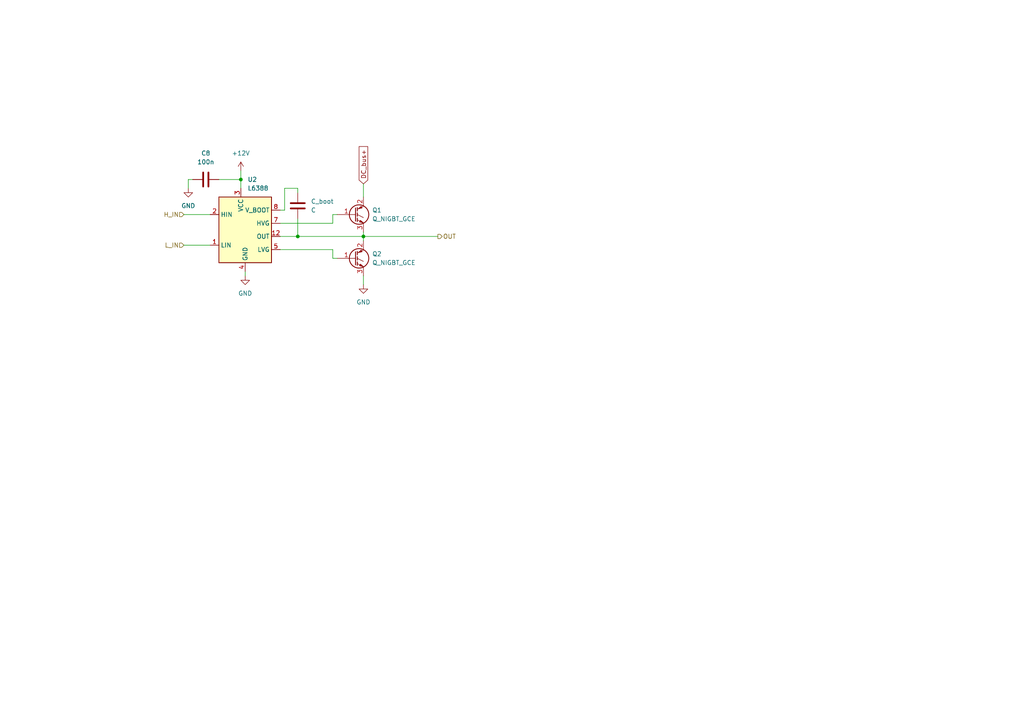
<source format=kicad_sch>
(kicad_sch (version 20230121) (generator eeschema)

  (uuid 6555ab1a-2d65-4ef9-84d2-f60ff39dfad1)

  (paper "A4")

  (lib_symbols
    (symbol "Device:C" (pin_numbers hide) (pin_names (offset 0.254)) (in_bom yes) (on_board yes)
      (property "Reference" "C" (at 0.635 2.54 0)
        (effects (font (size 1.27 1.27)) (justify left))
      )
      (property "Value" "C" (at 0.635 -2.54 0)
        (effects (font (size 1.27 1.27)) (justify left))
      )
      (property "Footprint" "" (at 0.9652 -3.81 0)
        (effects (font (size 1.27 1.27)) hide)
      )
      (property "Datasheet" "~" (at 0 0 0)
        (effects (font (size 1.27 1.27)) hide)
      )
      (property "ki_keywords" "cap capacitor" (at 0 0 0)
        (effects (font (size 1.27 1.27)) hide)
      )
      (property "ki_description" "Unpolarized capacitor" (at 0 0 0)
        (effects (font (size 1.27 1.27)) hide)
      )
      (property "ki_fp_filters" "C_*" (at 0 0 0)
        (effects (font (size 1.27 1.27)) hide)
      )
      (symbol "C_0_1"
        (polyline
          (pts
            (xy -2.032 -0.762)
            (xy 2.032 -0.762)
          )
          (stroke (width 0.508) (type default))
          (fill (type none))
        )
        (polyline
          (pts
            (xy -2.032 0.762)
            (xy 2.032 0.762)
          )
          (stroke (width 0.508) (type default))
          (fill (type none))
        )
      )
      (symbol "C_1_1"
        (pin passive line (at 0 3.81 270) (length 2.794)
          (name "~" (effects (font (size 1.27 1.27))))
          (number "1" (effects (font (size 1.27 1.27))))
        )
        (pin passive line (at 0 -3.81 90) (length 2.794)
          (name "~" (effects (font (size 1.27 1.27))))
          (number "2" (effects (font (size 1.27 1.27))))
        )
      )
    )
    (symbol "Device:Q_NIGBT_GCE" (pin_names (offset 0) hide) (in_bom yes) (on_board yes)
      (property "Reference" "Q" (at 5.08 1.27 0)
        (effects (font (size 1.27 1.27)) (justify left))
      )
      (property "Value" "Q_NIGBT_GCE" (at 5.08 -1.27 0)
        (effects (font (size 1.27 1.27)) (justify left))
      )
      (property "Footprint" "" (at 5.08 2.54 0)
        (effects (font (size 1.27 1.27)) hide)
      )
      (property "Datasheet" "~" (at 0 0 0)
        (effects (font (size 1.27 1.27)) hide)
      )
      (property "ki_keywords" "transistor IGBT N-IGBT" (at 0 0 0)
        (effects (font (size 1.27 1.27)) hide)
      )
      (property "ki_description" "N-IGBT transistor, gate/collector/emitter" (at 0 0 0)
        (effects (font (size 1.27 1.27)) hide)
      )
      (symbol "Q_NIGBT_GCE_0_1"
        (polyline
          (pts
            (xy 0.762 -1.016)
            (xy 0.762 -2.032)
          )
          (stroke (width 0.254) (type default))
          (fill (type none))
        )
        (polyline
          (pts
            (xy 0.762 0.508)
            (xy 0.762 -0.508)
          )
          (stroke (width 0.254) (type default))
          (fill (type none))
        )
        (polyline
          (pts
            (xy 0.762 2.032)
            (xy 0.762 1.016)
          )
          (stroke (width 0.254) (type default))
          (fill (type none))
        )
        (polyline
          (pts
            (xy 2.54 -2.413)
            (xy 0.762 -1.524)
          )
          (stroke (width 0) (type default))
          (fill (type none))
        )
        (polyline
          (pts
            (xy 2.54 -0.889)
            (xy 0.762 0)
          )
          (stroke (width 0) (type default))
          (fill (type none))
        )
        (polyline
          (pts
            (xy 2.54 2.413)
            (xy 0.762 1.524)
          )
          (stroke (width 0) (type default))
          (fill (type none))
        )
        (polyline
          (pts
            (xy 0.254 1.905)
            (xy 0.254 -1.905)
            (xy 0.254 -1.905)
          )
          (stroke (width 0.254) (type default))
          (fill (type none))
        )
        (polyline
          (pts
            (xy 1.397 -2.159)
            (xy 1.651 -1.651)
            (xy 2.54 -2.413)
            (xy 1.397 -2.159)
          )
          (stroke (width 0) (type default))
          (fill (type outline))
        )
        (polyline
          (pts
            (xy 2.159 1.905)
            (xy 1.905 2.413)
            (xy 1.016 1.651)
            (xy 2.159 1.905)
          )
          (stroke (width 0) (type default))
          (fill (type outline))
        )
        (circle (center 1.27 0) (radius 2.8194)
          (stroke (width 0.254) (type default))
          (fill (type none))
        )
      )
      (symbol "Q_NIGBT_GCE_1_1"
        (pin input line (at -5.08 0 0) (length 5.334)
          (name "G" (effects (font (size 1.27 1.27))))
          (number "1" (effects (font (size 1.27 1.27))))
        )
        (pin passive line (at 2.54 5.08 270) (length 2.54)
          (name "C" (effects (font (size 1.27 1.27))))
          (number "2" (effects (font (size 1.27 1.27))))
        )
        (pin passive line (at 2.54 -5.08 90) (length 2.54)
          (name "E" (effects (font (size 1.27 1.27))))
          (number "3" (effects (font (size 1.27 1.27))))
        )
      )
    )
    (symbol "Driver_FET:L6388" (in_bom yes) (on_board yes)
      (property "Reference" "U" (at -7.62 15.24 0)
        (effects (font (size 1.27 1.27)))
      )
      (property "Value" "L6388" (at 5.08 15.24 0)
        (effects (font (size 1.27 1.27)))
      )
      (property "Footprint" "Package_SO:SO-8_3.9x4.9mm_P1.27mm" (at 0 -10.16 0)
        (effects (font (size 1.27 1.27)) hide)
      )
      (property "Datasheet" "" (at 2.54 -16.51 0)
        (effects (font (size 1.27 1.27)) hide)
      )
      (property "ki_keywords" "fet driver" (at 0 0 0)
        (effects (font (size 1.27 1.27)) hide)
      )
      (property "ki_description" "High voltage high and low-side gate driver, SO-8" (at 0 0 0)
        (effects (font (size 1.27 1.27)) hide)
      )
      (property "ki_fp_filters" "SO*3.9x8.65mm*P1.27mm*" (at 0 0 0)
        (effects (font (size 1.27 1.27)) hide)
      )
      (symbol "L6388_0_1"
        (rectangle (start -7.62 12.7) (end 7.62 -6.35)
          (stroke (width 0.254) (type default))
          (fill (type background))
        )
      )
      (symbol "L6388_1_1"
        (pin input line (at -10.16 -1.27 0) (length 2.54)
          (name "LIN" (effects (font (size 1.27 1.27))))
          (number "1" (effects (font (size 1.27 1.27))))
        )
        (pin input line (at 10.16 1.27 180) (length 2.54)
          (name "OUT" (effects (font (size 1.27 1.27))))
          (number "12" (effects (font (size 1.27 1.27))))
        )
        (pin input line (at -10.16 7.62 0) (length 2.54)
          (name "HIN" (effects (font (size 1.27 1.27))))
          (number "2" (effects (font (size 1.27 1.27))))
        )
        (pin power_in line (at -1.27 15.24 270) (length 2.54)
          (name "VCC" (effects (font (size 1.27 1.27))))
          (number "3" (effects (font (size 1.27 1.27))))
        )
        (pin power_in line (at 0 -8.89 90) (length 2.54)
          (name "GND" (effects (font (size 1.27 1.27))))
          (number "4" (effects (font (size 1.27 1.27))))
        )
        (pin output line (at 10.16 -2.54 180) (length 2.54)
          (name "LVG" (effects (font (size 1.27 1.27))))
          (number "5" (effects (font (size 1.27 1.27))))
        )
        (pin output line (at 10.16 5.08 180) (length 2.54)
          (name "HVG" (effects (font (size 1.27 1.27))))
          (number "7" (effects (font (size 1.27 1.27))))
        )
        (pin passive line (at 10.16 8.89 180) (length 2.54)
          (name "V_BOOT" (effects (font (size 1.27 1.27))))
          (number "8" (effects (font (size 1.27 1.27))))
        )
      )
    )
    (symbol "power:+12V" (power) (pin_names (offset 0)) (in_bom yes) (on_board yes)
      (property "Reference" "#PWR" (at 0 -3.81 0)
        (effects (font (size 1.27 1.27)) hide)
      )
      (property "Value" "+12V" (at 0 3.556 0)
        (effects (font (size 1.27 1.27)))
      )
      (property "Footprint" "" (at 0 0 0)
        (effects (font (size 1.27 1.27)) hide)
      )
      (property "Datasheet" "" (at 0 0 0)
        (effects (font (size 1.27 1.27)) hide)
      )
      (property "ki_keywords" "global power" (at 0 0 0)
        (effects (font (size 1.27 1.27)) hide)
      )
      (property "ki_description" "Power symbol creates a global label with name \"+12V\"" (at 0 0 0)
        (effects (font (size 1.27 1.27)) hide)
      )
      (symbol "+12V_0_1"
        (polyline
          (pts
            (xy -0.762 1.27)
            (xy 0 2.54)
          )
          (stroke (width 0) (type default))
          (fill (type none))
        )
        (polyline
          (pts
            (xy 0 0)
            (xy 0 2.54)
          )
          (stroke (width 0) (type default))
          (fill (type none))
        )
        (polyline
          (pts
            (xy 0 2.54)
            (xy 0.762 1.27)
          )
          (stroke (width 0) (type default))
          (fill (type none))
        )
      )
      (symbol "+12V_1_1"
        (pin power_in line (at 0 0 90) (length 0) hide
          (name "+12V" (effects (font (size 1.27 1.27))))
          (number "1" (effects (font (size 1.27 1.27))))
        )
      )
    )
    (symbol "power:GND" (power) (pin_names (offset 0)) (in_bom yes) (on_board yes)
      (property "Reference" "#PWR" (at 0 -6.35 0)
        (effects (font (size 1.27 1.27)) hide)
      )
      (property "Value" "GND" (at 0 -3.81 0)
        (effects (font (size 1.27 1.27)))
      )
      (property "Footprint" "" (at 0 0 0)
        (effects (font (size 1.27 1.27)) hide)
      )
      (property "Datasheet" "" (at 0 0 0)
        (effects (font (size 1.27 1.27)) hide)
      )
      (property "ki_keywords" "global power" (at 0 0 0)
        (effects (font (size 1.27 1.27)) hide)
      )
      (property "ki_description" "Power symbol creates a global label with name \"GND\" , ground" (at 0 0 0)
        (effects (font (size 1.27 1.27)) hide)
      )
      (symbol "GND_0_1"
        (polyline
          (pts
            (xy 0 0)
            (xy 0 -1.27)
            (xy 1.27 -1.27)
            (xy 0 -2.54)
            (xy -1.27 -1.27)
            (xy 0 -1.27)
          )
          (stroke (width 0) (type default))
          (fill (type none))
        )
      )
      (symbol "GND_1_1"
        (pin power_in line (at 0 0 270) (length 0) hide
          (name "GND" (effects (font (size 1.27 1.27))))
          (number "1" (effects (font (size 1.27 1.27))))
        )
      )
    )
  )

  (junction (at 86.36 68.58) (diameter 0) (color 0 0 0 0)
    (uuid 1bcbed89-b57a-4b4c-bf1a-6851256289e4)
  )
  (junction (at 105.41 68.58) (diameter 0) (color 0 0 0 0)
    (uuid 3cfc35bc-48e7-4424-b8aa-6445f5f4a4cb)
  )
  (junction (at 69.85 52.07) (diameter 0) (color 0 0 0 0)
    (uuid c2fe8b68-8126-4fee-8fda-5dab940b4d99)
  )

  (wire (pts (xy 82.55 60.96) (xy 82.55 54.61))
    (stroke (width 0) (type default))
    (uuid 0b792032-d97b-4c5f-aa80-b36e96a5a7aa)
  )
  (wire (pts (xy 105.41 53.34) (xy 105.41 57.15))
    (stroke (width 0) (type default))
    (uuid 141181ce-da77-44a0-b260-10c88a559f5a)
  )
  (wire (pts (xy 53.34 62.23) (xy 60.96 62.23))
    (stroke (width 0) (type default))
    (uuid 1e5270e2-f710-4a46-ad71-eefef51b3af1)
  )
  (wire (pts (xy 96.52 62.23) (xy 96.52 64.77))
    (stroke (width 0) (type default))
    (uuid 2f0ef081-082b-404d-a14d-48eaf030acac)
  )
  (wire (pts (xy 82.55 54.61) (xy 86.36 54.61))
    (stroke (width 0) (type default))
    (uuid 3e5df1ae-3c86-4257-914b-215ce0608f2f)
  )
  (wire (pts (xy 97.79 74.93) (xy 96.52 74.93))
    (stroke (width 0) (type default))
    (uuid 434e93e2-97b9-4256-9a2a-38d01361ecf6)
  )
  (wire (pts (xy 54.61 52.07) (xy 55.88 52.07))
    (stroke (width 0) (type default))
    (uuid 46c2249a-7aca-4427-a5a4-3c4424ccf3cd)
  )
  (wire (pts (xy 86.36 68.58) (xy 105.41 68.58))
    (stroke (width 0) (type default))
    (uuid 54e9eb64-ac28-48fb-9be5-f2ba79778999)
  )
  (wire (pts (xy 96.52 72.39) (xy 81.28 72.39))
    (stroke (width 0) (type default))
    (uuid 6efb4be6-c34c-4864-b2c4-b6fc4c0241f5)
  )
  (wire (pts (xy 69.85 52.07) (xy 69.85 54.61))
    (stroke (width 0) (type default))
    (uuid 84ba6342-8600-46b3-b8d8-361dfd216dd7)
  )
  (wire (pts (xy 105.41 80.01) (xy 105.41 82.55))
    (stroke (width 0) (type default))
    (uuid 8c6cac3b-16f3-4ee8-954c-6f31408d7db1)
  )
  (wire (pts (xy 96.52 74.93) (xy 96.52 72.39))
    (stroke (width 0) (type default))
    (uuid 8e28ca66-174d-416c-8072-5aca44d20c57)
  )
  (wire (pts (xy 81.28 68.58) (xy 86.36 68.58))
    (stroke (width 0) (type default))
    (uuid 956aab2e-b1a8-45ab-8195-5fc2aa4ed81a)
  )
  (wire (pts (xy 69.85 49.53) (xy 69.85 52.07))
    (stroke (width 0) (type default))
    (uuid 9896cc87-b218-492d-858c-94068a51563f)
  )
  (wire (pts (xy 105.41 67.31) (xy 105.41 68.58))
    (stroke (width 0) (type default))
    (uuid a328fb41-62af-40c8-ad21-4def34051a80)
  )
  (wire (pts (xy 54.61 54.61) (xy 54.61 52.07))
    (stroke (width 0) (type default))
    (uuid af99ecd6-5638-4903-8f18-4d06e6b21c54)
  )
  (wire (pts (xy 127 68.58) (xy 105.41 68.58))
    (stroke (width 0) (type default))
    (uuid b2f12306-6cd8-4e74-a5a6-42c340f6b55e)
  )
  (wire (pts (xy 105.41 68.58) (xy 105.41 69.85))
    (stroke (width 0) (type default))
    (uuid c2d2424d-343f-401e-b167-6ec9fedb2bd5)
  )
  (wire (pts (xy 86.36 54.61) (xy 86.36 55.88))
    (stroke (width 0) (type default))
    (uuid c67b79a7-b402-496b-b4b9-ff8610fa7d16)
  )
  (wire (pts (xy 81.28 60.96) (xy 82.55 60.96))
    (stroke (width 0) (type default))
    (uuid cb4d556a-3856-4501-8b38-322d8f3429d5)
  )
  (wire (pts (xy 63.5 52.07) (xy 69.85 52.07))
    (stroke (width 0) (type default))
    (uuid d0171bc5-585b-4b8c-88ca-47fe4ad1c416)
  )
  (wire (pts (xy 86.36 63.5) (xy 86.36 68.58))
    (stroke (width 0) (type default))
    (uuid d83ecc6e-3623-4cef-9017-772203a0e36d)
  )
  (wire (pts (xy 96.52 62.23) (xy 97.79 62.23))
    (stroke (width 0) (type default))
    (uuid e5def3b4-90f8-4e8a-86d1-2e18d07fa884)
  )
  (wire (pts (xy 71.12 78.74) (xy 71.12 80.01))
    (stroke (width 0) (type default))
    (uuid eadf1452-e019-400e-aa2e-d66ef65ae073)
  )
  (wire (pts (xy 53.34 71.12) (xy 60.96 71.12))
    (stroke (width 0) (type default))
    (uuid ee0ee8b7-9f73-46ed-bf76-46ebff32ab96)
  )
  (wire (pts (xy 96.52 64.77) (xy 81.28 64.77))
    (stroke (width 0) (type default))
    (uuid f3fce6d7-02ee-4700-9f12-2ab6125124ca)
  )

  (global_label "DC_bus+" (shape input) (at 105.41 53.34 90) (fields_autoplaced)
    (effects (font (size 1.27 1.27)) (justify left))
    (uuid 8a0d642b-09de-4bb7-b3c4-7070f38de617)
    (property "Intersheetrefs" "${INTERSHEET_REFS}" (at 105.41 42.0281 90)
      (effects (font (size 1.27 1.27)) (justify left) hide)
    )
  )

  (hierarchical_label "L_IN" (shape input) (at 53.34 71.12 180) (fields_autoplaced)
    (effects (font (size 1.27 1.27)) (justify right))
    (uuid 00003b69-064a-46d8-8e89-3f20be2cdb09)
  )
  (hierarchical_label "H_IN" (shape input) (at 53.34 62.23 180) (fields_autoplaced)
    (effects (font (size 1.27 1.27)) (justify right))
    (uuid 4f664c74-0d38-4a3e-aadd-aa67df87b971)
  )
  (hierarchical_label "OUT" (shape output) (at 127 68.58 0) (fields_autoplaced)
    (effects (font (size 1.27 1.27)) (justify left))
    (uuid 64a5654b-bb27-40e5-9ac9-7447c5def2ae)
  )

  (symbol (lib_id "Driver_FET:L6388") (at 71.12 69.85 0) (unit 1)
    (in_bom yes) (on_board yes) (dnp no) (fields_autoplaced)
    (uuid 0089903d-52dc-4e4d-9915-34ee300b0ae4)
    (property "Reference" "U2" (at 71.8059 52.07 0)
      (effects (font (size 1.27 1.27)) (justify left))
    )
    (property "Value" "L6388" (at 71.8059 54.61 0)
      (effects (font (size 1.27 1.27)) (justify left))
    )
    (property "Footprint" "Package_SO:SO-8_3.9x4.9mm_P1.27mm" (at 71.12 80.01 0)
      (effects (font (size 1.27 1.27)) hide)
    )
    (property "Datasheet" "" (at 73.66 86.36 0)
      (effects (font (size 1.27 1.27)) hide)
    )
    (pin "1" (uuid f3e5e095-3215-44a9-becf-08fcc8c6f93a))
    (pin "12" (uuid 4ffe3fb0-7626-4d72-b78e-3f37e45f6229))
    (pin "2" (uuid 431b06ff-714b-4307-a751-f52c4d36b671))
    (pin "3" (uuid c3eb3062-c949-496f-afc2-231e8e152de5))
    (pin "4" (uuid d1c101f4-eb1c-40a0-b345-9057456e3750))
    (pin "5" (uuid 19674912-c892-4e22-b5e6-c632562fb66d))
    (pin "7" (uuid fce57b31-d2e8-4a07-966f-7af1f4e4f5b8))
    (pin "8" (uuid e11162b2-378a-4ac5-a3fb-d8a5a113d1bb))
    (instances
      (project "motor_driver"
        (path "/414f31da-7c13-4935-9f72-eb09a6c11e7b"
          (reference "U2") (unit 1)
        )
        (path "/414f31da-7c13-4935-9f72-eb09a6c11e7b/47abf919-843c-48c6-8251-0f5bed0d2df3"
          (reference "U2") (unit 1)
        )
        (path "/414f31da-7c13-4935-9f72-eb09a6c11e7b/657e9376-9553-4cb4-b9d4-5c2551f66f6a"
          (reference "U5") (unit 1)
        )
        (path "/414f31da-7c13-4935-9f72-eb09a6c11e7b/4f5f191a-35b8-4acb-a47e-33059f1a3684"
          (reference "U6") (unit 1)
        )
      )
    )
  )

  (symbol (lib_id "power:GND") (at 71.12 80.01 0) (unit 1)
    (in_bom yes) (on_board yes) (dnp no) (fields_autoplaced)
    (uuid 31c36884-abc9-4990-a65f-8748a981ed08)
    (property "Reference" "#PWR012" (at 71.12 86.36 0)
      (effects (font (size 1.27 1.27)) hide)
    )
    (property "Value" "GND" (at 71.12 85.09 0)
      (effects (font (size 1.27 1.27)))
    )
    (property "Footprint" "" (at 71.12 80.01 0)
      (effects (font (size 1.27 1.27)) hide)
    )
    (property "Datasheet" "" (at 71.12 80.01 0)
      (effects (font (size 1.27 1.27)) hide)
    )
    (pin "1" (uuid 80eae8c1-36a7-45fa-b1c9-b6b5a62b9344))
    (instances
      (project "motor_driver"
        (path "/414f31da-7c13-4935-9f72-eb09a6c11e7b"
          (reference "#PWR012") (unit 1)
        )
        (path "/414f31da-7c13-4935-9f72-eb09a6c11e7b/47abf919-843c-48c6-8251-0f5bed0d2df3"
          (reference "#PWR013") (unit 1)
        )
        (path "/414f31da-7c13-4935-9f72-eb09a6c11e7b/657e9376-9553-4cb4-b9d4-5c2551f66f6a"
          (reference "#PWR029") (unit 1)
        )
        (path "/414f31da-7c13-4935-9f72-eb09a6c11e7b/4f5f191a-35b8-4acb-a47e-33059f1a3684"
          (reference "#PWR033") (unit 1)
        )
      )
    )
  )

  (symbol (lib_id "power:+12V") (at 69.85 49.53 0) (unit 1)
    (in_bom yes) (on_board yes) (dnp no) (fields_autoplaced)
    (uuid 35c8ad2e-7e1d-422c-b395-00c1a305b669)
    (property "Reference" "#PWR011" (at 69.85 53.34 0)
      (effects (font (size 1.27 1.27)) hide)
    )
    (property "Value" "+12V" (at 69.85 44.45 0)
      (effects (font (size 1.27 1.27)))
    )
    (property "Footprint" "" (at 69.85 49.53 0)
      (effects (font (size 1.27 1.27)) hide)
    )
    (property "Datasheet" "" (at 69.85 49.53 0)
      (effects (font (size 1.27 1.27)) hide)
    )
    (pin "1" (uuid 9cafe63a-f621-46da-8d46-7c4eb243030b))
    (instances
      (project "motor_driver"
        (path "/414f31da-7c13-4935-9f72-eb09a6c11e7b"
          (reference "#PWR011") (unit 1)
        )
        (path "/414f31da-7c13-4935-9f72-eb09a6c11e7b/47abf919-843c-48c6-8251-0f5bed0d2df3"
          (reference "#PWR012") (unit 1)
        )
        (path "/414f31da-7c13-4935-9f72-eb09a6c11e7b/657e9376-9553-4cb4-b9d4-5c2551f66f6a"
          (reference "#PWR028") (unit 1)
        )
        (path "/414f31da-7c13-4935-9f72-eb09a6c11e7b/4f5f191a-35b8-4acb-a47e-33059f1a3684"
          (reference "#PWR032") (unit 1)
        )
      )
    )
  )

  (symbol (lib_id "Device:C") (at 59.69 52.07 90) (unit 1)
    (in_bom yes) (on_board yes) (dnp no) (fields_autoplaced)
    (uuid 99e20a89-f901-42fb-8fc9-0939f07d207a)
    (property "Reference" "C8" (at 59.69 44.45 90)
      (effects (font (size 1.27 1.27)))
    )
    (property "Value" "100n" (at 59.69 46.99 90)
      (effects (font (size 1.27 1.27)))
    )
    (property "Footprint" "Capacitor_SMD:C_0603_1608Metric_Pad1.08x0.95mm_HandSolder" (at 63.5 51.1048 0)
      (effects (font (size 1.27 1.27)) hide)
    )
    (property "Datasheet" "~" (at 59.69 52.07 0)
      (effects (font (size 1.27 1.27)) hide)
    )
    (pin "1" (uuid 990c1a4e-cf1b-46c9-a129-339c86e71437))
    (pin "2" (uuid f4723958-37b0-4b0e-8904-0af9917d887c))
    (instances
      (project "motor_driver"
        (path "/414f31da-7c13-4935-9f72-eb09a6c11e7b"
          (reference "C8") (unit 1)
        )
        (path "/414f31da-7c13-4935-9f72-eb09a6c11e7b/47abf919-843c-48c6-8251-0f5bed0d2df3"
          (reference "C8") (unit 1)
        )
        (path "/414f31da-7c13-4935-9f72-eb09a6c11e7b/657e9376-9553-4cb4-b9d4-5c2551f66f6a"
          (reference "C13") (unit 1)
        )
        (path "/414f31da-7c13-4935-9f72-eb09a6c11e7b/4f5f191a-35b8-4acb-a47e-33059f1a3684"
          (reference "C14") (unit 1)
        )
      )
    )
  )

  (symbol (lib_id "power:GND") (at 105.41 82.55 0) (unit 1)
    (in_bom yes) (on_board yes) (dnp no) (fields_autoplaced)
    (uuid ab9ebdef-53f3-45e4-93dd-aa06f62713cc)
    (property "Reference" "#PWR016" (at 105.41 88.9 0)
      (effects (font (size 1.27 1.27)) hide)
    )
    (property "Value" "GND" (at 105.41 87.63 0)
      (effects (font (size 1.27 1.27)))
    )
    (property "Footprint" "" (at 105.41 82.55 0)
      (effects (font (size 1.27 1.27)) hide)
    )
    (property "Datasheet" "" (at 105.41 82.55 0)
      (effects (font (size 1.27 1.27)) hide)
    )
    (pin "1" (uuid 9acc45bf-c6a9-4035-8241-7449e762ef68))
    (instances
      (project "motor_driver"
        (path "/414f31da-7c13-4935-9f72-eb09a6c11e7b"
          (reference "#PWR016") (unit 1)
        )
        (path "/414f31da-7c13-4935-9f72-eb09a6c11e7b/47abf919-843c-48c6-8251-0f5bed0d2df3"
          (reference "#PWR016") (unit 1)
        )
        (path "/414f31da-7c13-4935-9f72-eb09a6c11e7b/657e9376-9553-4cb4-b9d4-5c2551f66f6a"
          (reference "#PWR030") (unit 1)
        )
        (path "/414f31da-7c13-4935-9f72-eb09a6c11e7b/4f5f191a-35b8-4acb-a47e-33059f1a3684"
          (reference "#PWR034") (unit 1)
        )
      )
    )
  )

  (symbol (lib_id "Device:Q_NIGBT_GCE") (at 102.87 74.93 0) (unit 1)
    (in_bom yes) (on_board yes) (dnp no) (fields_autoplaced)
    (uuid c17f9aa8-202d-4b91-93e9-ec4f6797e624)
    (property "Reference" "Q2" (at 107.95 73.66 0)
      (effects (font (size 1.27 1.27)) (justify left))
    )
    (property "Value" "Q_NIGBT_GCE" (at 107.95 76.2 0)
      (effects (font (size 1.27 1.27)) (justify left))
    )
    (property "Footprint" "Package_TO_SOT_THT:TO-220-3_Vertical" (at 107.95 72.39 0)
      (effects (font (size 1.27 1.27)) hide)
    )
    (property "Datasheet" "~" (at 102.87 74.93 0)
      (effects (font (size 1.27 1.27)) hide)
    )
    (pin "1" (uuid 82544141-8995-4aab-9cf2-46926b27f1c1))
    (pin "2" (uuid 0f4b663f-2fa3-445a-b8e0-4c711cbd62c5))
    (pin "3" (uuid 533c008b-e563-436e-b306-229f4f36cde5))
    (instances
      (project "motor_driver"
        (path "/414f31da-7c13-4935-9f72-eb09a6c11e7b"
          (reference "Q2") (unit 1)
        )
        (path "/414f31da-7c13-4935-9f72-eb09a6c11e7b/47abf919-843c-48c6-8251-0f5bed0d2df3"
          (reference "Q2") (unit 1)
        )
        (path "/414f31da-7c13-4935-9f72-eb09a6c11e7b/657e9376-9553-4cb4-b9d4-5c2551f66f6a"
          (reference "Q4") (unit 1)
        )
        (path "/414f31da-7c13-4935-9f72-eb09a6c11e7b/4f5f191a-35b8-4acb-a47e-33059f1a3684"
          (reference "Q6") (unit 1)
        )
      )
    )
  )

  (symbol (lib_id "Device:C") (at 86.36 59.69 0) (unit 1)
    (in_bom yes) (on_board yes) (dnp no) (fields_autoplaced)
    (uuid e3393ace-4fa1-477b-8459-97afe4fea9cd)
    (property "Reference" "C_boot" (at 90.17 58.42 0)
      (effects (font (size 1.27 1.27)) (justify left))
    )
    (property "Value" "C" (at 90.17 60.96 0)
      (effects (font (size 1.27 1.27)) (justify left))
    )
    (property "Footprint" "Capacitor_SMD:C_0603_1608Metric_Pad1.08x0.95mm_HandSolder" (at 87.3252 63.5 0)
      (effects (font (size 1.27 1.27)) hide)
    )
    (property "Datasheet" "~" (at 86.36 59.69 0)
      (effects (font (size 1.27 1.27)) hide)
    )
    (pin "1" (uuid 3c83d082-2d00-4697-a9fb-191ab5d2440c))
    (pin "2" (uuid 9f72fca6-0693-4f20-b854-86b9b9812a54))
    (instances
      (project "motor_driver"
        (path "/414f31da-7c13-4935-9f72-eb09a6c11e7b"
          (reference "C_boot") (unit 1)
        )
        (path "/414f31da-7c13-4935-9f72-eb09a6c11e7b/47abf919-843c-48c6-8251-0f5bed0d2df3"
          (reference "C_boot1") (unit 1)
        )
        (path "/414f31da-7c13-4935-9f72-eb09a6c11e7b/657e9376-9553-4cb4-b9d4-5c2551f66f6a"
          (reference "C_boot2") (unit 1)
        )
        (path "/414f31da-7c13-4935-9f72-eb09a6c11e7b/4f5f191a-35b8-4acb-a47e-33059f1a3684"
          (reference "C_boot3") (unit 1)
        )
      )
    )
  )

  (symbol (lib_id "Device:Q_NIGBT_GCE") (at 102.87 62.23 0) (unit 1)
    (in_bom yes) (on_board yes) (dnp no) (fields_autoplaced)
    (uuid f2ef8ef9-0558-4d16-b4af-688a17dd71f3)
    (property "Reference" "Q1" (at 107.95 60.96 0)
      (effects (font (size 1.27 1.27)) (justify left))
    )
    (property "Value" "Q_NIGBT_GCE" (at 107.95 63.5 0)
      (effects (font (size 1.27 1.27)) (justify left))
    )
    (property "Footprint" "Package_TO_SOT_THT:TO-220-3_Vertical" (at 107.95 59.69 0)
      (effects (font (size 1.27 1.27)) hide)
    )
    (property "Datasheet" "~" (at 102.87 62.23 0)
      (effects (font (size 1.27 1.27)) hide)
    )
    (pin "1" (uuid f8869840-c010-4ba0-ad52-16abb89dd27a))
    (pin "2" (uuid 0e819538-5693-4b92-bc06-d5ede1777be2))
    (pin "3" (uuid 55061cec-a2e7-40bd-8994-13131f91ca1c))
    (instances
      (project "motor_driver"
        (path "/414f31da-7c13-4935-9f72-eb09a6c11e7b"
          (reference "Q1") (unit 1)
        )
        (path "/414f31da-7c13-4935-9f72-eb09a6c11e7b/47abf919-843c-48c6-8251-0f5bed0d2df3"
          (reference "Q1") (unit 1)
        )
        (path "/414f31da-7c13-4935-9f72-eb09a6c11e7b/657e9376-9553-4cb4-b9d4-5c2551f66f6a"
          (reference "Q3") (unit 1)
        )
        (path "/414f31da-7c13-4935-9f72-eb09a6c11e7b/4f5f191a-35b8-4acb-a47e-33059f1a3684"
          (reference "Q5") (unit 1)
        )
      )
    )
  )

  (symbol (lib_id "power:GND") (at 54.61 54.61 0) (unit 1)
    (in_bom yes) (on_board yes) (dnp no) (fields_autoplaced)
    (uuid f6f34443-5732-4404-8b3a-98ec099963d8)
    (property "Reference" "#PWR013" (at 54.61 60.96 0)
      (effects (font (size 1.27 1.27)) hide)
    )
    (property "Value" "GND" (at 54.61 59.69 0)
      (effects (font (size 1.27 1.27)))
    )
    (property "Footprint" "" (at 54.61 54.61 0)
      (effects (font (size 1.27 1.27)) hide)
    )
    (property "Datasheet" "" (at 54.61 54.61 0)
      (effects (font (size 1.27 1.27)) hide)
    )
    (pin "1" (uuid 29ea5cd2-9f51-46c7-af44-559481c62ebc))
    (instances
      (project "motor_driver"
        (path "/414f31da-7c13-4935-9f72-eb09a6c11e7b"
          (reference "#PWR013") (unit 1)
        )
        (path "/414f31da-7c13-4935-9f72-eb09a6c11e7b/47abf919-843c-48c6-8251-0f5bed0d2df3"
          (reference "#PWR011") (unit 1)
        )
        (path "/414f31da-7c13-4935-9f72-eb09a6c11e7b/657e9376-9553-4cb4-b9d4-5c2551f66f6a"
          (reference "#PWR027") (unit 1)
        )
        (path "/414f31da-7c13-4935-9f72-eb09a6c11e7b/4f5f191a-35b8-4acb-a47e-33059f1a3684"
          (reference "#PWR031") (unit 1)
        )
      )
    )
  )
)

</source>
